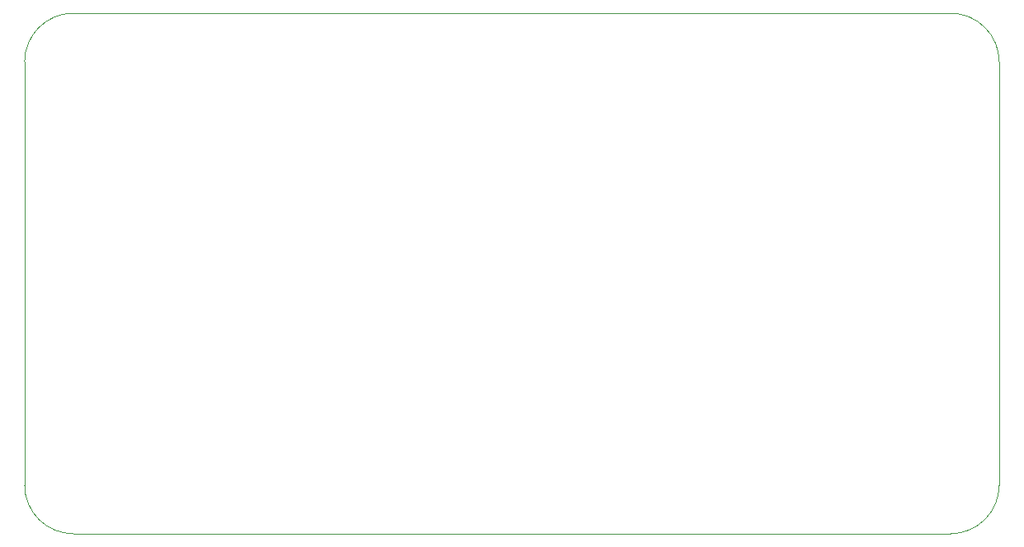
<source format=gm1>
%TF.GenerationSoftware,KiCad,Pcbnew,8.0.5*%
%TF.CreationDate,2024-09-22T23:26:16-04:00*%
%TF.ProjectId,DualHbridgeDaughterboardDesign,4475616c-4862-4726-9964-676544617567,rev?*%
%TF.SameCoordinates,Original*%
%TF.FileFunction,Profile,NP*%
%FSLAX46Y46*%
G04 Gerber Fmt 4.6, Leading zero omitted, Abs format (unit mm)*
G04 Created by KiCad (PCBNEW 8.0.5) date 2024-09-22 23:26:16*
%MOMM*%
%LPD*%
G01*
G04 APERTURE LIST*
%TA.AperFunction,Profile*%
%ADD10C,0.050000*%
%TD*%
G04 APERTURE END LIST*
D10*
%TO.C,J3*%
X73500000Y-120000000D02*
X73500000Y-76500000D01*
X78500000Y-71500000D02*
X168500000Y-71500000D01*
X168500000Y-125000000D02*
X78500000Y-125000000D01*
X173500000Y-76500000D02*
X173500000Y-120000000D01*
X73500000Y-76500000D02*
G75*
G02*
X78500000Y-71500000I5000000J0D01*
G01*
X78500000Y-125000000D02*
G75*
G02*
X73500000Y-120000000I0J5000000D01*
G01*
X168500000Y-71500000D02*
G75*
G02*
X173500000Y-76500000I0J-5000000D01*
G01*
X173500000Y-120000000D02*
G75*
G02*
X168500000Y-125000000I-5000000J0D01*
G01*
%TD*%
M02*

</source>
